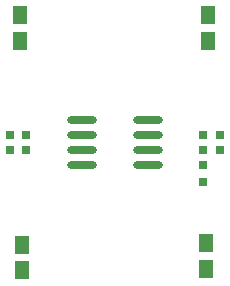
<source format=gtp>
*%FSLAX55Y55*%
*%MOMM*%
G01*
%ADD11C,0.02540*%
%ADD12C,0.15240*%
%ADD13C,0.17780*%
%ADD14C,0.18627*%
%ADD15C,0.25400*%
%ADD16C,0.38100*%
%ADD17C,1.01600*%
%ADD18C,1.21920*%
%ADD19C,1.39700*%
%ADD20C,1.52400*%
%ADD21C,1.60020*%
%ADD22C,1.72720*%
%ADD23C,1.77800*%
%ADD24C,2.03200*%
%ADD25O,2.54000X0.60960*%
%ADD26O,2.54000X0.63500*%
%ADD27O,2.74320X0.81280*%
%ADD28O,2.74320X0.83820*%
%ADD29R,0.25400X0.25400*%
%ADD30R,0.25400X0.25400*%
%ADD31R,0.27652X0.27652*%
%ADD32R,0.38100X0.38100*%
%ADD33R,0.38100X0.38100*%
%ADD34R,0.50800X0.50800*%
%ADD35R,0.50800X0.50800*%
%ADD36R,0.63500X0.63500*%
%ADD37R,0.76200X0.76200*%
%ADD38R,0.76200X0.76200*%
%ADD39R,0.76200X0.76200*%
%ADD40R,0.88900X0.88900*%
%ADD41R,0.88900X0.88900*%
%ADD42R,0.93723X0.93723*%
%ADD43R,0.96520X0.96520*%
%ADD44R,0.98497X0.98497*%
%ADD45R,1.01600X1.01600*%
%ADD46R,1.01600X1.01600*%
%ADD47R,1.01600X1.01600*%
%ADD48R,1.14300X1.14300*%
%ADD49R,1.27000X1.27000*%
%ADD50R,1.27000X1.27000*%
%ADD51R,1.27000X1.52400*%
%ADD52R,1.27000X1.27000*%
%ADD53R,1.39700X1.39700*%
%ADD54R,1.39700X1.39700*%
%ADD55R,1.39700X1.39700*%
%ADD56R,1.39700X1.39700*%
%ADD57R,1.47320X1.72720*%
%ADD58R,1.52400X1.52400*%
%ADD59R,1.60020X1.60020*%
%ADD60R,1.65100X1.65100*%
%ADD61R,1.65100X1.65100*%
%ADD62R,2.03200X2.03200*%
%ADD63R,2.54000X2.54000*%
D25*
X25666700Y20510500D02*
D03*
D26*
Y20383500D02*
D03*
Y20256500D02*
D03*
Y20129500D02*
D03*
X25107900D02*
D03*
Y20256500D02*
D03*
Y20383500D02*
D03*
Y20510500D02*
D03*
D37*
X24638000Y20256500D02*
D03*
X24498300D02*
D03*
X24638000Y20383500D02*
D03*
X24498300D02*
D03*
X26276300D02*
D03*
X26136600D02*
D03*
Y19989800D02*
D03*
Y20129500D02*
D03*
X26276300Y20256500D02*
D03*
X26136600D02*
D03*
D51*
X24599900Y19240500D02*
D03*
Y19456400D02*
D03*
X24587200Y21183600D02*
D03*
Y21399500D02*
D03*
X26174700D02*
D03*
Y21183600D02*
D03*
X26162000Y19469100D02*
D03*
Y19253200D02*
D03*
M02*

</source>
